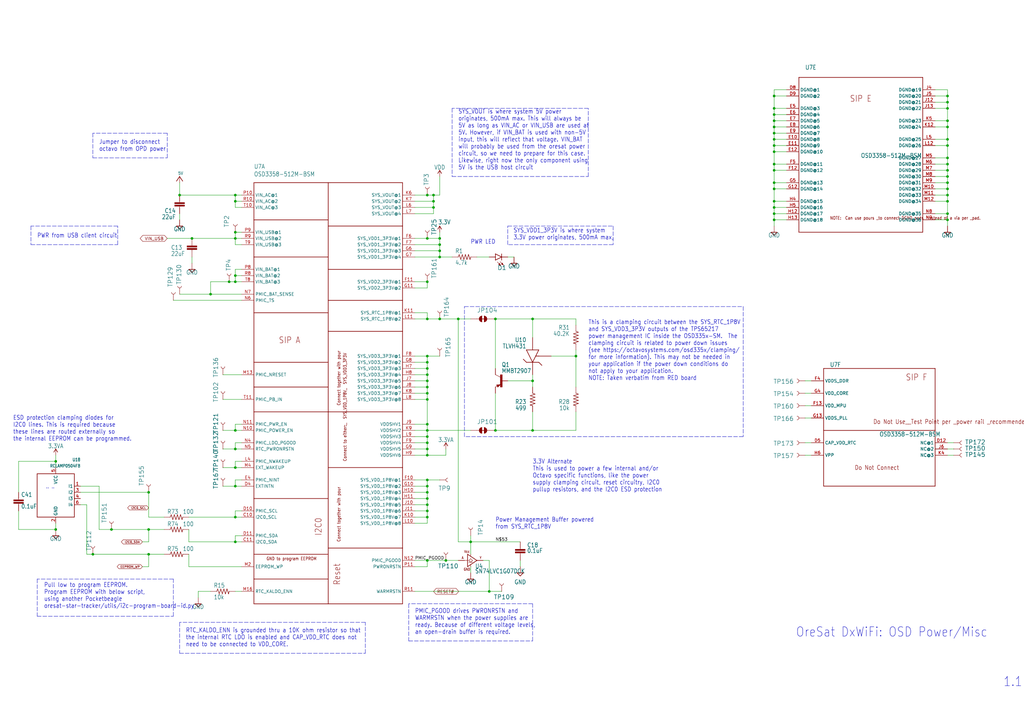
<source format=kicad_sch>
(kicad_sch (version 20210621) (generator eeschema)
  (paper "A3")
  (title_block (title "OreSat DxWiFi: OSD Power/Misc") (date "2021-11-14") (rev "1") (company "PSAS"))
  (junction (at 180.34 102.87))
  (junction (at 388.62 90.17))
  (junction (at 317.5 85.09))
  (junction (at 96.52 176.53))
  (junction (at 175.26 80.01))
  (junction (at 175.26 196.85))
  (junction (at 388.62 59.69))
  (junction (at 388.62 77.47))
  (junction (at 203.2 176.53))
  (junction (at 175.26 97.79))
  (junction (at 193.04 222.25))
  (junction (at 388.62 44.45))
  (junction (at 73.66 80.01))
  (junction (at 388.62 41.91))
  (junction (at 96.52 212.09))
  (junction (at 317.5 69.85))
  (junction (at 317.5 52.07))
  (junction (at 200.66 242.57))
  (junction (at 96.52 184.15))
  (junction (at 60.96 201.93))
  (junction (at 317.5 82.55))
  (junction (at 175.26 201.93))
  (junction (at 175.26 115.57))
  (junction (at 180.34 130.81))
  (junction (at 187.96 130.81))
  (junction (at 96.52 115.57))
  (junction (at 175.26 148.59))
  (junction (at 175.26 199.39))
  (junction (at 175.26 179.07))
  (junction (at 175.26 161.29))
  (junction (at 388.62 69.85))
  (junction (at 317.5 67.31))
  (junction (at 175.26 207.01))
  (junction (at 22.86 217.17))
  (junction (at 388.62 74.93))
  (junction (at 388.62 52.07))
  (junction (at 175.26 163.83))
  (junction (at 203.2 130.81))
  (junction (at 177.8 82.55))
  (junction (at 175.26 173.99))
  (junction (at 388.62 87.63))
  (junction (at 60.96 217.17))
  (junction (at 317.5 90.17))
  (junction (at 38.1 227.33))
  (junction (at 317.5 44.45))
  (junction (at 317.5 87.63))
  (junction (at 175.26 181.61))
  (junction (at 317.5 59.69))
  (junction (at 45.72 217.17))
  (junction (at 96.52 191.77))
  (junction (at 388.62 49.53))
  (junction (at 317.5 54.61))
  (junction (at 86.36 120.65))
  (junction (at 96.52 82.55))
  (junction (at 317.5 62.23))
  (junction (at 218.44 130.81))
  (junction (at 388.62 72.39))
  (junction (at 317.5 74.93))
  (junction (at 180.34 100.33))
  (junction (at 96.52 97.79))
  (junction (at 78.74 97.79))
  (junction (at 175.26 209.55))
  (junction (at 96.52 113.03))
  (junction (at 317.5 77.47))
  (junction (at 22.86 189.23))
  (junction (at 180.34 105.41))
  (junction (at 175.26 151.13))
  (junction (at 180.34 97.79))
  (junction (at 388.62 80.01))
  (junction (at 177.8 80.01))
  (junction (at 96.52 222.25))
  (junction (at 175.26 186.69))
  (junction (at 96.52 95.25))
  (junction (at 317.5 46.99))
  (junction (at 218.44 156.21))
  (junction (at 388.62 67.31))
  (junction (at 218.44 176.53))
  (junction (at 388.62 39.37))
  (junction (at 175.26 204.47))
  (junction (at 175.26 184.15))
  (junction (at 175.26 158.75))
  (junction (at 388.62 64.77))
  (junction (at 317.5 57.15))
  (junction (at 175.26 153.67))
  (junction (at 177.8 85.09))
  (junction (at 388.62 57.15))
  (junction (at 175.26 130.81))
  (junction (at 96.52 199.39))
  (junction (at 317.5 49.53))
  (junction (at 175.26 176.53))
  (junction (at 93.98 115.57))
  (junction (at 182.88 229.87))
  (junction (at 175.26 146.05))
  (junction (at 175.26 212.09))
  (junction (at 175.26 229.87))
  (junction (at 317.5 39.37))
  (junction (at 388.62 82.55))
  (junction (at 175.26 156.21))
  (junction (at 60.96 227.33))
  (junction (at 96.52 80.01))
  (junction (at 236.22 146.05))
  (wire (pts (xy 218.44 130.81) (xy 236.22 130.81)))
  (wire (pts (xy 96.52 176.53) (xy 91.44 176.53)))
  (wire (pts (xy 86.36 120.65) (xy 99.06 120.65)))
  (wire (pts (xy 40.64 217.17) (xy 40.64 199.39)))
  (wire (pts (xy 388.62 49.53) (xy 383.54 49.53)))
  (wire (pts (xy 203.2 176.53) (xy 203.2 161.29)))
  (wire (pts (xy 175.26 173.99) (xy 175.26 163.83)))
  (wire (pts (xy 193.04 130.81) (xy 187.96 130.81)))
  (polyline (pts (xy 241.3 72.39) (xy 241.3 44.45)))
  (wire (pts (xy 175.26 80.01) (xy 177.8 80.01)))
  (wire (pts (xy 99.06 189.23) (xy 96.52 189.23)))
  (wire (pts (xy 187.96 229.87) (xy 182.88 229.87)))
  (wire (pts (xy 96.52 199.39) (xy 91.44 199.39)))
  (wire (pts (xy 77.47 222.25) (xy 96.52 222.25)))
  (wire (pts (xy 170.18 82.55) (xy 177.8 82.55)))
  (wire (pts (xy 388.62 67.31) (xy 383.54 67.31)))
  (polyline (pts (xy 71.12 237.49) (xy 15.24 237.49)))
  (polyline (pts (xy 73.66 267.97) (xy 149.86 267.97)))
  (polyline (pts (xy 190.5 125.73) (xy 304.8 125.73)))
  (wire (pts (xy 96.52 184.15) (xy 91.44 184.15)))
  (wire (pts (xy 175.26 151.13) (xy 175.26 148.59)))
  (wire (pts (xy 388.62 64.77) (xy 383.54 64.77)))
  (polyline (pts (xy 15.24 237.49) (xy 15.24 252.73)))
  (wire (pts (xy 60.96 212.09) (xy 60.96 201.93)))
  (wire (pts (xy 236.22 158.75) (xy 236.22 146.05)))
  (wire (pts (xy 45.72 217.17) (xy 40.64 217.17)))
  (wire (pts (xy 175.26 130.81) (xy 175.26 128.27)))
  (wire (pts (xy 330.2 156.21) (xy 332.74 156.21)))
  (wire (pts (xy 96.52 115.57) (xy 96.52 113.03)))
  (wire (pts (xy 180.34 100.33) (xy 180.34 102.87)))
  (wire (pts (xy 180.34 196.85) (xy 175.26 196.85)))
  (wire (pts (xy 170.18 176.53) (xy 175.26 176.53)))
  (wire (pts (xy 236.22 146.05) (xy 236.22 143.51)))
  (wire (pts (xy 170.18 207.01) (xy 175.26 207.01)))
  (wire (pts (xy 96.52 181.61) (xy 96.52 184.15)))
  (wire (pts (xy 96.52 80.01) (xy 99.06 80.01)))
  (wire (pts (xy 170.18 87.63) (xy 177.8 87.63)))
  (wire (pts (xy 388.62 52.07) (xy 383.54 52.07)))
  (wire (pts (xy 170.18 151.13) (xy 175.26 151.13)))
  (wire (pts (xy 317.5 39.37) (xy 317.5 44.45)))
  (wire (pts (xy 388.62 82.55) (xy 383.54 82.55)))
  (polyline (pts (xy 15.24 252.73) (xy 71.12 252.73)))
  (polyline (pts (xy 38.1 64.77) (xy 68.58 64.77)))
  (wire (pts (xy 96.52 85.09) (xy 96.52 82.55)))
  (polyline (pts (xy 73.66 255.27) (xy 73.66 267.97)))
  (wire (pts (xy 388.62 80.01) (xy 388.62 77.47)))
  (wire (pts (xy 182.88 229.87) (xy 175.26 229.87)))
  (wire (pts (xy 388.62 74.93) (xy 383.54 74.93)))
  (wire (pts (xy 175.26 118.11) (xy 175.26 115.57)))
  (wire (pts (xy 177.8 87.63) (xy 177.8 85.09)))
  (wire (pts (xy 99.06 209.55) (xy 96.52 209.55)))
  (wire (pts (xy 180.34 105.41) (xy 170.18 105.41)))
  (wire (pts (xy 81.28 242.57) (xy 81.28 245.11)))
  (wire (pts (xy 182.88 186.69) (xy 175.26 186.69)))
  (wire (pts (xy 322.58 77.47) (xy 317.5 77.47)))
  (wire (pts (xy 317.5 87.63) (xy 317.5 85.09)))
  (wire (pts (xy 388.62 52.07) (xy 388.62 57.15)))
  (wire (pts (xy 71.12 123.19) (xy 99.06 123.19)))
  (wire (pts (xy 35.56 227.33) (xy 35.56 207.01)))
  (wire (pts (xy 330.2 181.61) (xy 332.74 181.61)))
  (wire (pts (xy 200.66 229.87) (xy 198.12 229.87)))
  (polyline (pts (xy 48.26 100.33) (xy 48.26 92.71)))
  (wire (pts (xy 7.62 189.23) (xy 22.86 189.23)))
  (wire (pts (xy 200.66 242.57) (xy 170.18 242.57)))
  (wire (pts (xy 99.06 191.77) (xy 96.52 191.77)))
  (wire (pts (xy 218.44 153.67) (xy 218.44 156.21)))
  (wire (pts (xy 170.18 156.21) (xy 175.26 156.21)))
  (wire (pts (xy 175.26 176.53) (xy 193.04 176.53)))
  (wire (pts (xy 175.26 181.61) (xy 175.26 179.07)))
  (wire (pts (xy 388.62 90.17) (xy 383.54 90.17)))
  (wire (pts (xy 317.5 82.55) (xy 317.5 77.47)))
  (wire (pts (xy 208.28 105.41) (xy 210.82 105.41)))
  (wire (pts (xy 187.96 130.81) (xy 180.34 130.81)))
  (wire (pts (xy 170.18 173.99) (xy 175.26 173.99)))
  (wire (pts (xy 170.18 85.09) (xy 177.8 85.09)))
  (polyline (pts (xy 149.86 267.97) (xy 149.86 255.27)))
  (wire (pts (xy 388.62 57.15) (xy 388.62 59.69)))
  (wire (pts (xy 60.96 222.25) (xy 58.42 222.25)))
  (wire (pts (xy 99.06 100.33) (xy 96.52 100.33)))
  (wire (pts (xy 22.86 189.23) (xy 22.86 186.69)))
  (wire (pts (xy 96.52 209.55) (xy 96.52 212.09)))
  (wire (pts (xy 317.5 52.07) (xy 317.5 54.61)))
  (wire (pts (xy 388.62 72.39) (xy 388.62 69.85)))
  (wire (pts (xy 317.5 59.69) (xy 317.5 62.23)))
  (wire (pts (xy 96.52 113.03) (xy 96.52 110.49)))
  (wire (pts (xy 96.52 110.49) (xy 99.06 110.49)))
  (wire (pts (xy 200.66 242.57) (xy 205.74 242.57)))
  (wire (pts (xy 317.5 62.23) (xy 317.5 67.31)))
  (wire (pts (xy 322.58 74.93) (xy 317.5 74.93)))
  (wire (pts (xy 35.56 207.01) (xy 33.02 207.01)))
  (wire (pts (xy 332.74 186.69) (xy 330.2 186.69)))
  (wire (pts (xy 388.62 186.69) (xy 391.16 186.69)))
  (wire (pts (xy 175.26 204.47) (xy 175.26 201.93)))
  (wire (pts (xy 317.5 92.71) (xy 317.5 90.17)))
  (wire (pts (xy 96.52 189.23) (xy 96.52 191.77)))
  (wire (pts (xy 322.58 67.31) (xy 317.5 67.31)))
  (wire (pts (xy 175.26 130.81) (xy 180.34 130.81)))
  (polyline (pts (xy 218.44 262.89) (xy 218.44 247.65)))
  (wire (pts (xy 187.96 222.25) (xy 193.04 222.25)))
  (wire (pts (xy 332.74 171.45) (xy 330.2 171.45)))
  (wire (pts (xy 93.98 115.57) (xy 86.36 115.57)))
  (wire (pts (xy 175.26 163.83) (xy 175.26 161.29)))
  (wire (pts (xy 96.52 95.25) (xy 99.06 95.25)))
  (wire (pts (xy 38.1 227.33) (xy 35.56 227.33)))
  (wire (pts (xy 180.34 100.33) (xy 180.34 97.79)))
  (wire (pts (xy 78.74 97.79) (xy 68.58 97.79)))
  (wire (pts (xy 175.26 232.41) (xy 175.26 229.87)))
  (wire (pts (xy 388.62 77.47) (xy 383.54 77.47)))
  (wire (pts (xy 170.18 232.41) (xy 175.26 232.41)))
  (polyline (pts (xy 251.46 92.71) (xy 251.46 100.33)))
  (wire (pts (xy 236.22 146.05) (xy 226.06 146.05)))
  (wire (pts (xy 322.58 52.07) (xy 317.5 52.07)))
  (wire (pts (xy 170.18 209.55) (xy 175.26 209.55)))
  (wire (pts (xy 213.36 229.87) (xy 213.36 232.41)))
  (wire (pts (xy 200.66 242.57) (xy 200.66 229.87)))
  (wire (pts (xy 175.26 186.69) (xy 175.26 184.15)))
  (polyline (pts (xy 185.42 72.39) (xy 241.3 72.39)))
  (wire (pts (xy 317.5 57.15) (xy 317.5 59.69)))
  (wire (pts (xy 317.5 85.09) (xy 317.5 82.55)))
  (wire (pts (xy 170.18 97.79) (xy 175.26 97.79)))
  (wire (pts (xy 170.18 146.05) (xy 175.26 146.05)))
  (polyline (pts (xy 68.58 64.77) (xy 68.58 54.61)))
  (polyline (pts (xy 251.46 100.33) (xy 208.28 100.33)))
  (wire (pts (xy 96.52 97.79) (xy 78.74 97.79)))
  (wire (pts (xy 213.36 222.25) (xy 193.04 222.25)))
  (wire (pts (xy 388.62 41.91) (xy 388.62 44.45)))
  (wire (pts (xy 60.96 217.17) (xy 67.31 217.17)))
  (wire (pts (xy 175.26 153.67) (xy 175.26 151.13)))
  (wire (pts (xy 175.26 161.29) (xy 175.26 158.75)))
  (polyline (pts (xy 208.28 92.71) (xy 251.46 92.71)))
  (wire (pts (xy 96.52 173.99) (xy 96.52 176.53)))
  (wire (pts (xy 391.16 184.15) (xy 388.62 184.15)))
  (wire (pts (xy 175.26 128.27) (xy 170.18 128.27)))
  (wire (pts (xy 175.26 97.79) (xy 180.34 97.79)))
  (wire (pts (xy 170.18 201.93) (xy 175.26 201.93)))
  (polyline (pts (xy 12.7 92.71) (xy 12.7 100.33)))
  (wire (pts (xy 170.18 80.01) (xy 175.26 80.01)))
  (wire (pts (xy 170.18 153.67) (xy 175.26 153.67)))
  (wire (pts (xy 175.26 199.39) (xy 175.26 196.85)))
  (wire (pts (xy 322.58 46.99) (xy 317.5 46.99)))
  (wire (pts (xy 388.62 92.71) (xy 388.62 90.17)))
  (wire (pts (xy 170.18 163.83) (xy 175.26 163.83)))
  (wire (pts (xy 322.58 49.53) (xy 317.5 49.53)))
  (polyline (pts (xy 190.5 179.07) (xy 190.5 125.73)))
  (wire (pts (xy 96.52 97.79) (xy 96.52 95.25)))
  (wire (pts (xy 193.04 222.25) (xy 193.04 227.33)))
  (wire (pts (xy 317.5 90.17) (xy 317.5 87.63)))
  (wire (pts (xy 388.62 44.45) (xy 383.54 44.45)))
  (wire (pts (xy 40.64 199.39) (xy 33.02 199.39)))
  (wire (pts (xy 236.22 176.53) (xy 236.22 168.91)))
  (wire (pts (xy 388.62 41.91) (xy 383.54 41.91)))
  (wire (pts (xy 322.58 44.45) (xy 317.5 44.45)))
  (wire (pts (xy 175.26 209.55) (xy 175.26 207.01)))
  (wire (pts (xy 317.5 54.61) (xy 317.5 57.15)))
  (polyline (pts (xy 38.1 54.61) (xy 38.1 64.77)))
  (wire (pts (xy 175.26 148.59) (xy 175.26 146.05)))
  (wire (pts (xy 218.44 156.21) (xy 218.44 158.75)))
  (wire (pts (xy 388.62 64.77) (xy 388.62 67.31)))
  (wire (pts (xy 218.44 176.53) (xy 236.22 176.53)))
  (polyline (pts (xy 12.7 100.33) (xy 48.26 100.33)))
  (wire (pts (xy 175.26 179.07) (xy 175.26 176.53)))
  (wire (pts (xy 170.18 212.09) (xy 175.26 212.09)))
  (wire (pts (xy 99.06 176.53) (xy 96.52 176.53)))
  (wire (pts (xy 195.58 105.41) (xy 200.66 105.41)))
  (wire (pts (xy 317.5 36.83) (xy 317.5 39.37)))
  (wire (pts (xy 60.96 232.41) (xy 60.96 227.33)))
  (wire (pts (xy 193.04 219.71) (xy 193.04 222.25)))
  (wire (pts (xy 322.58 36.83) (xy 317.5 36.83)))
  (wire (pts (xy 99.06 219.71) (xy 96.52 219.71)))
  (wire (pts (xy 322.58 69.85) (xy 317.5 69.85)))
  (wire (pts (xy 177.8 80.01) (xy 180.34 80.01)))
  (wire (pts (xy 99.06 97.79) (xy 96.52 97.79)))
  (wire (pts (xy 99.06 222.25) (xy 96.52 222.25)))
  (wire (pts (xy 7.62 201.93) (xy 7.62 189.23)))
  (wire (pts (xy 99.06 196.85) (xy 96.52 196.85)))
  (wire (pts (xy 96.52 196.85) (xy 96.52 199.39)))
  (wire (pts (xy 170.18 100.33) (xy 180.34 100.33)))
  (wire (pts (xy 99.06 242.57) (xy 96.52 242.57)))
  (wire (pts (xy 322.58 85.09) (xy 317.5 85.09)))
  (wire (pts (xy 22.86 191.77) (xy 22.86 189.23)))
  (wire (pts (xy 317.5 46.99) (xy 317.5 49.53)))
  (wire (pts (xy 332.74 161.29) (xy 330.2 161.29)))
  (wire (pts (xy 96.52 219.71) (xy 96.52 222.25)))
  (wire (pts (xy 187.96 130.81) (xy 187.96 222.25)))
  (wire (pts (xy 99.06 212.09) (xy 96.52 212.09)))
  (wire (pts (xy 322.58 54.61) (xy 317.5 54.61)))
  (wire (pts (xy 170.18 102.87) (xy 180.34 102.87)))
  (wire (pts (xy 317.5 49.53) (xy 317.5 52.07)))
  (wire (pts (xy 96.52 80.01) (xy 73.66 80.01)))
  (polyline (pts (xy 218.44 247.65) (xy 167.64 247.65)))
  (wire (pts (xy 73.66 90.17) (xy 73.66 87.63)))
  (wire (pts (xy 170.18 186.69) (xy 175.26 186.69)))
  (polyline (pts (xy 149.86 255.27) (xy 73.66 255.27)))
  (wire (pts (xy 99.06 82.55) (xy 96.52 82.55)))
  (wire (pts (xy 180.34 105.41) (xy 185.42 105.41)))
  (wire (pts (xy 77.47 227.33) (xy 77.47 232.41)))
  (polyline (pts (xy 71.12 252.73) (xy 71.12 237.49)))
  (wire (pts (xy 99.06 115.57) (xy 96.52 115.57)))
  (wire (pts (xy 317.5 77.47) (xy 317.5 74.93)))
  (wire (pts (xy 388.62 59.69) (xy 383.54 59.69)))
  (wire (pts (xy 175.26 184.15) (xy 175.26 181.61)))
  (wire (pts (xy 99.06 173.99) (xy 96.52 173.99)))
  (wire (pts (xy 203.2 151.13) (xy 203.2 130.81)))
  (wire (pts (xy 236.22 130.81) (xy 236.22 133.35)))
  (wire (pts (xy 388.62 87.63) (xy 388.62 82.55)))
  (wire (pts (xy 388.62 44.45) (xy 388.62 49.53)))
  (wire (pts (xy 317.5 69.85) (xy 317.5 67.31)))
  (wire (pts (xy 218.44 138.43) (xy 218.44 130.81)))
  (wire (pts (xy 218.44 168.91) (xy 218.44 176.53)))
  (wire (pts (xy 388.62 72.39) (xy 383.54 72.39)))
  (wire (pts (xy 175.26 156.21) (xy 175.26 153.67)))
  (wire (pts (xy 170.18 118.11) (xy 175.26 118.11)))
  (wire (pts (xy 322.58 57.15) (xy 317.5 57.15)))
  (wire (pts (xy 175.26 176.53) (xy 175.26 173.99)))
  (wire (pts (xy 99.06 181.61) (xy 96.52 181.61)))
  (wire (pts (xy 388.62 39.37) (xy 383.54 39.37)))
  (polyline (pts (xy 167.64 247.65) (xy 167.64 262.89)))
  (polyline (pts (xy 208.28 100.33) (xy 208.28 92.71)))
  (wire (pts (xy 180.34 80.01) (xy 180.34 72.39)))
  (polyline (pts (xy 167.64 262.89) (xy 218.44 262.89)))
  (wire (pts (xy 388.62 36.83) (xy 383.54 36.83)))
  (wire (pts (xy 73.66 120.65) (xy 86.36 120.65)))
  (polyline (pts (xy 68.58 54.61) (xy 38.1 54.61)))
  (wire (pts (xy 203.2 130.81) (xy 218.44 130.81)))
  (wire (pts (xy 99.06 113.03) (xy 96.52 113.03)))
  (polyline (pts (xy 304.8 179.07) (xy 190.5 179.07)))
  (wire (pts (xy 180.34 102.87) (xy 180.34 105.41)))
  (wire (pts (xy 99.06 85.09) (xy 96.52 85.09)))
  (wire (pts (xy 388.62 39.37) (xy 388.62 41.91)))
  (wire (pts (xy 96.52 115.57) (xy 93.98 115.57)))
  (wire (pts (xy 330.2 166.37) (xy 332.74 166.37)))
  (wire (pts (xy 170.18 179.07) (xy 175.26 179.07)))
  (wire (pts (xy 60.96 232.41) (xy 58.42 232.41)))
  (wire (pts (xy 73.66 74.93) (xy 73.66 80.01)))
  (wire (pts (xy 78.74 107.95) (xy 78.74 105.41)))
  (wire (pts (xy 322.58 90.17) (xy 317.5 90.17)))
  (wire (pts (xy 388.62 87.63) (xy 383.54 87.63)))
  (wire (pts (xy 388.62 36.83) (xy 388.62 39.37)))
  (wire (pts (xy 322.58 82.55) (xy 317.5 82.55)))
  (wire (pts (xy 7.62 217.17) (xy 22.86 217.17)))
  (wire (pts (xy 60.96 222.25) (xy 60.96 217.17)))
  (wire (pts (xy 218.44 156.21) (xy 208.28 156.21)))
  (wire (pts (xy 170.18 158.75) (xy 175.26 158.75)))
  (wire (pts (xy 170.18 148.59) (xy 175.26 148.59)))
  (wire (pts (xy 22.86 217.17) (xy 22.86 214.63)))
  (wire (pts (xy 175.26 229.87) (xy 170.18 229.87)))
  (wire (pts (xy 322.58 39.37) (xy 317.5 39.37)))
  (wire (pts (xy 67.31 212.09) (xy 60.96 212.09)))
  (wire (pts (xy 388.62 49.53) (xy 388.62 52.07)))
  (wire (pts (xy 96.52 100.33) (xy 96.52 97.79)))
  (wire (pts (xy 388.62 57.15) (xy 383.54 57.15)))
  (wire (pts (xy 170.18 181.61) (xy 175.26 181.61)))
  (wire (pts (xy 175.26 207.01) (xy 175.26 204.47)))
  (wire (pts (xy 388.62 69.85) (xy 383.54 69.85)))
  (wire (pts (xy 60.96 217.17) (xy 45.72 217.17)))
  (polyline (pts (xy 304.8 125.73) (xy 304.8 179.07)))
  (wire (pts (xy 175.26 146.05) (xy 180.34 146.05)))
  (wire (pts (xy 170.18 130.81) (xy 175.26 130.81)))
  (wire (pts (xy 86.36 242.57) (xy 81.28 242.57)))
  (wire (pts (xy 177.8 82.55) (xy 177.8 80.01)))
  (wire (pts (xy 77.47 212.09) (xy 96.52 212.09)))
  (wire (pts (xy 99.06 184.15) (xy 96.52 184.15)))
  (wire (pts (xy 322.58 87.63) (xy 317.5 87.63)))
  (wire (pts (xy 388.62 74.93) (xy 388.62 72.39)))
  (wire (pts (xy 91.44 153.67) (xy 99.06 153.67)))
  (wire (pts (xy 180.34 97.79) (xy 180.34 95.25)))
  (wire (pts (xy 317.5 44.45) (xy 317.5 46.99)))
  (wire (pts (xy 182.88 184.15) (xy 182.88 186.69)))
  (wire (pts (xy 317.5 69.85) (xy 317.5 74.93)))
  (wire (pts (xy 175.26 212.09) (xy 175.26 209.55)))
  (polyline (pts (xy 185.42 44.45) (xy 185.42 72.39)))
  (wire (pts (xy 170.18 161.29) (xy 175.26 161.29)))
  (wire (pts (xy 388.62 80.01) (xy 383.54 80.01)))
  (wire (pts (xy 99.06 199.39) (xy 96.52 199.39)))
  (wire (pts (xy 60.96 227.33) (xy 38.1 227.33)))
  (wire (pts (xy 175.26 214.63) (xy 175.26 212.09)))
  (wire (pts (xy 60.96 201.93) (xy 33.02 201.93)))
  (wire (pts (xy 170.18 196.85) (xy 175.26 196.85)))
  (wire (pts (xy 175.26 201.93) (xy 175.26 199.39)))
  (wire (pts (xy 170.18 184.15) (xy 175.26 184.15)))
  (wire (pts (xy 170.18 199.39) (xy 175.26 199.39)))
  (wire (pts (xy 86.36 115.57) (xy 86.36 120.65)))
  (wire (pts (xy 77.47 217.17) (xy 77.47 222.25)))
  (wire (pts (xy 91.44 163.83) (xy 99.06 163.83)))
  (wire (pts (xy 388.62 181.61) (xy 391.16 181.61)))
  (wire (pts (xy 322.58 59.69) (xy 317.5 59.69)))
  (wire (pts (xy 388.62 59.69) (xy 388.62 64.77)))
  (wire (pts (xy 7.62 209.55) (xy 7.62 217.17)))
  (wire (pts (xy 177.8 85.09) (xy 177.8 82.55)))
  (wire (pts (xy 67.31 227.33) (xy 60.96 227.33)))
  (wire (pts (xy 218.44 176.53) (xy 203.2 176.53)))
  (wire (pts (xy 96.52 191.77) (xy 91.44 191.77)))
  (wire (pts (xy 96.52 82.55) (xy 96.52 80.01)))
  (wire (pts (xy 175.26 158.75) (xy 175.26 156.21)))
  (wire (pts (xy 193.04 234.95) (xy 193.04 232.41)))
  (wire (pts (xy 388.62 69.85) (xy 388.62 67.31)))
  (polyline (pts (xy 48.26 92.71) (xy 12.7 92.71)))
  (wire (pts (xy 77.47 232.41) (xy 99.06 232.41)))
  (wire (pts (xy 170.18 214.63) (xy 175.26 214.63)))
  (wire (pts (xy 322.58 62.23) (xy 317.5 62.23)))
  (wire (pts (xy 170.18 204.47) (xy 175.26 204.47)))
  (polyline (pts (xy 241.3 44.45) (xy 185.42 44.45)))
  (wire (pts (xy 388.62 82.55) (xy 388.62 80.01)))
  (wire (pts (xy 175.26 115.57) (xy 170.18 115.57)))
  (wire (pts (xy 388.62 90.17) (xy 388.62 87.63)))
  (wire (pts (xy 388.62 77.47) (xy 388.62 74.93)))
  (text "Pull low to program EEPROM.\nProgram EEPROM with below script,\nusing another Pocketbeagle\noresat-star-tracker/utils/i2c-program-board-id.py" (at 18.034 249.682 0) (effects (font (size 1.778 1.5113)) (justify left bottom)))
  (text "ESD protection clamping diodes for\nI2C0 lines. This is required because\nthese lines are routed externally so\nthe internal EEPROM can be programmed." (at 5.334 181.102 0) (effects (font (size 1.778 1.5113)) (justify left bottom)))
  (text "This is a clamping circuit between the SYS_RTC_1P8V\nand SYS_VDD3_3P3V outputs of the TPS65217\npower management IC inside the OSD335x-SM.  The\nclamping circuit is related to power down issues\n(see https://octavosystems.com/osd335x/clamping/\nfor more information). This may not be needed in\nyour application if the power down conditions do\nnot apply to your application.\nNOTE: Taken verbatim from RED board" (at 241.3 156.21 0) (effects (font (size 1.778 1.5113)) (justify left bottom)))
  (text "RTC_KALDO_ENN is grounded thru a 10K ohm resistor so that\nthe internal RTC LDO is enabled and CAP_VDD_RTC does not\nneed to be connected to VDD_CORE." (at 76.2 265.43 0) (effects (font (size 1.778 1.5113)) (justify left bottom)))
  (text "3.3V Alternate\nThis is used to power a few internal and/or\nOctavo specific functions, like the power\nsupply clamping circuit, reset circuitry, I2C0\npullup resistors, and the I2C0 ESD protection" (at 218.44 201.93 0) (effects (font (size 1.778 1.5113)) (justify left bottom)))
  (text "Jumper to disconnect\noctavo from OPD power" (at 40.64 62.23 180) (effects (font (size 1.778 1.5113)) (justify left bottom)))
  (text "SYS_VDD1_3P3V is where system\n3.3V power originates, 500mA max," (at 210.566 98.552 0) (effects (font (size 1.778 1.5113)) (justify left bottom)))
  (text "\" \"" (at 18.796 202.184 180) (effects (font (size 1.778 1.5113)) (justify left bottom)))
  (text "PMIC_PGOOD drives PWRONRSTN and\nWARMRSTN when the power supplies are\nready. Because of different voltage levels,\nan open-drain buffer is required." (at 170.18 260.35 0) (effects (font (size 1.778 1.5113)) (justify left bottom)))
  (text "OreSat DxWiFi: OSD Power/Misc" (at 326.39 261.62 180) (effects (font (size 3.81 3.2385)) (justify left bottom)))
  (text "SYS_VOUT is where system 5V power\noriginates, 500mA max. This will always be\n5V as long as VIN_AC or VIN_USB are used at\n5V. However, if VIN_BAT is used with non-5V\ninput, this will reflect that voltage. VIN_BAT\nwill probably be used from the oresat power\ncircuit, so we need to prepare for this case.\nLikewise, right now the only component using\n5V is the USB host circuit" (at 187.96 69.85 0) (effects (font (size 1.778 1.5113)) (justify left bottom)))
  (text "Power Management Buffer powered\nfrom SYS_RTC_1P8V" (at 203.2 217.17 180) (effects (font (size 1.778 1.5113)) (justify left bottom)))
  (text "PWR from USB client circuit" (at 15.24 97.79 180) (effects (font (size 1.778 1.5113)) (justify left bottom)))
  (text "1.1" (at 411.48 281.94 180) (effects (font (size 3.81 3.2385)) (justify left bottom)))
  (text "PWR LED" (at 193.04 100.33 180) (effects (font (size 1.778 1.5113)) (justify left bottom)))
  (label "N$53" (at 203.2 222.25 0) (effects (font (size 1.2446 1.2446))))
  (label "PMIC_PGOOD" (at 170.18 229.87 0) (effects (font (size 1.2446 1.2446))))
  (global_label "I2C0_SCL" (shape bidirectional) (at 60.96 208.28 180) (effects (font (size 0.889 0.889))) (property "Intersheet References" "${INTERSHEET_REFS}" (effects hide)))
  (global_label "RESET#" (shape bidirectional) (at 177.8 242.57 0) (effects (font (size 1.2446 1.2446))) (property "Intersheet References" "${INTERSHEET_REFS}" (effects hide)))
  (global_label "VIN_USB" (shape bidirectional) (at 68.58 97.79 180) (effects (font (size 1.2446 1.2446))) (property "Intersheet References" "${INTERSHEET_REFS}" (effects hide)))
  (global_label "I2C0_SDA" (shape bidirectional) (at 58.42 222.25 180) (effects (font (size 0.889 0.889))) (property "Intersheet References" "${INTERSHEET_REFS}" (effects hide)))
  (global_label "EEPROM_WP" (shape bidirectional) (at 58.42 232.41 180) (effects (font (size 0.889 0.889))) (property "Intersheet References" "${INTERSHEET_REFS}" (effects hide)))
  (symbol (lib_id "oresat-live-card-eagle-import:OSD3358-512M-BSM") (at 134.62 158.75 0) (unit 1)
    (property "Reference" "U7" (at 104.14 67.31 0) (effects (font (size 1.778 1.5113)) (justify left top)))
    (property "Value" "OSD3358-512M-BSM" (at 104.14 72.39 0) (effects (font (size 1.778 1.5113)) (justify left bottom)))
    (property "Footprint" "OSD335X-BGA-256" (effects hide))
  )
  (symbol (lib_id "oresat-live-card-eagle-import:TEST-POINT3X4") (at 91.44 184.15 90) (unit 1)
    (property "Reference" "TP132" (at 89.535 185.42 0) (effects (font (size 1.778 1.778)) (justify left bottom)))
    (property "Value" "TEST-POINT3X4" (effects hide))
    (property "Footprint" "PAD.03X.04" (effects hide))
  )
  (symbol (lib_id "oresat-live-card-eagle-import:VDD") (at 180.34 72.39 0) (unit 1)
    (property "Reference" "#SUPPLY3" (effects hide))
    (property "Value" "VDD" (at 180.34 69.596 0) (effects (font (size 1.778 1.5113)) (justify bottom)))
  )
  (symbol (lib_id "oresat-live-card-eagle-import:R-US_0603-A") (at 218.44 163.83 270) (unit 1)
    (property "Reference" "R23" (at 215.9 163.83 90) (effects (font (size 1.778 1.5113)) (justify right top)))
    (property "Value" "499" (at 215.9 166.37 90) (effects (font (size 1.778 1.5113)) (justify right top)))
    (property "Footprint" ".0603-A" (effects hide))
  )
  (symbol (lib_id "oresat-live-card-eagle-import:MMBT2907SMD") (at 205.74 156.21 180) (unit 1)
    (property "Reference" "Q1" (at 205.74 148.59 0) (effects (font (size 1.778 1.5113)) (justify right bottom)))
    (property "Value" "MMBT2907" (at 205.74 151.13 0) (effects (font (size 1.778 1.5113)) (justify right bottom)))
    (property "Footprint" "SOT23-BEC" (effects hide))
  )
  (symbol (lib_id "oresat-live-card-eagle-import:C-EU0603-A") (at 7.62 204.47 0) (unit 1)
    (property "Reference" "C41" (at 8.636 203.835 0) (effects (font (size 1.778 1.5113)) (justify left bottom)))
    (property "Value" "0.1uF" (at 8.636 208.661 0) (effects (font (size 1.778 1.5113)) (justify left bottom)))
    (property "Footprint" ".0603-A" (effects hide))
  )
  (symbol (lib_id "oresat-live-card-eagle-import:TEST-POINT3X4") (at 180.34 130.81 90) (unit 1)
    (property "Reference" "TP164" (at 184.15 130.175 0) (effects (font (size 1.778 1.778)) (justify left bottom)))
    (property "Value" "TEST-POINT3X4" (effects hide))
    (property "Footprint" "PAD.03X.04" (effects hide))
  )
  (symbol (lib_id "oresat-live-card-eagle-import:R-US_0603-A") (at 236.22 163.83 270) (unit 1)
    (property "Reference" "R28" (at 233.68 163.83 90) (effects (font (size 1.778 1.5113)) (justify right top)))
    (property "Value" "10k" (at 233.68 166.37 90) (effects (font (size 1.778 1.5113)) (justify right top)))
    (property "Footprint" ".0603-A" (effects hide))
  )
  (symbol (lib_id "oresat-live-card-eagle-import:GND") (at 78.74 110.49 0) (unit 1)
    (property "Reference" "#GND68" (effects hide))
    (property "Value" "GND" (at 78.74 110.744 0) (effects (font (size 1.778 1.5113)) (justify top)))
  )
  (symbol (lib_id "oresat-live-card-eagle-import:R-US_0603-A") (at 91.44 242.57 0) (unit 1)
    (property "Reference" "R15" (at 87.63 241.0714 0) (effects (font (size 1.778 1.5113)) (justify left bottom)))
    (property "Value" "10k" (at 87.63 245.872 0) (effects (font (size 1.778 1.5113)) (justify left bottom)))
    (property "Footprint" ".0603-A" (effects hide))
  )
  (symbol (lib_id "oresat-live-card-eagle-import:TEST-POINT3X4") (at 391.16 181.61 0) (unit 1)
    (property "Reference" "TP172" (at 395.732 182.372 0) (effects (font (size 1.778 1.778)) (justify left bottom)))
    (property "Value" "TEST-POINT3X4" (effects hide))
    (property "Footprint" "PAD.03X.04" (effects hide))
  )
  (symbol (lib_id "oresat-live-card-eagle-import:RCLAMP0504FB") (at 22.86 201.93 0) (mirror y) (unit 1)
    (property "Reference" "U18" (at 33.02 189.23 0) (effects (font (size 1.27 1.0795)) (justify left bottom)))
    (property "Value" "RCLAMP0504FB" (at 33.02 191.77 0) (effects (font (size 1.27 1.0795)) (justify left bottom)))
    (property "Footprint" "SC70-6" (effects hide))
  )
  (symbol (lib_id "oresat-live-card-eagle-import:TEST-POINT3X4") (at 391.16 184.15 0) (unit 1)
    (property "Reference" "TP150" (at 395.732 184.912 0) (effects (font (size 1.778 1.778)) (justify left bottom)))
    (property "Value" "TEST-POINT3X4" (effects hide))
    (property "Footprint" "PAD.03X.04" (effects hide))
  )
  (symbol (lib_id "oresat-live-card-eagle-import:OSD3358-512M-BSM") (at 353.06 62.23 0) (unit 5)
    (property "Reference" "U7" (at 330.2 26.67 0) (effects (font (size 1.778 1.5113)) (justify left top)))
    (property "Value" "OSD3358-512M-BSM" (at 353.06 64.77 0) (effects (font (size 1.778 1.5113)) (justify left bottom)))
    (property "Footprint" "OSD335X-BGA-256" (effects hide))
  )
  (symbol (lib_id "oresat-live-card-eagle-import:R-US_0603-A") (at 72.39 212.09 0) (unit 1)
    (property "Reference" "R73" (at 68.58 210.82 0) (effects (font (size 1.778 1.5113)) (justify left bottom)))
    (property "Value" "100" (at 74.93 210.82 0) (effects (font (size 1.778 1.5113)) (justify left bottom)))
    (property "Footprint" ".0603-A" (effects hide))
  )
  (symbol (lib_id "oresat-live-card-eagle-import:TEST-POINT3X4") (at 330.2 161.29 180) (unit 1)
    (property "Reference" "TP154" (at 325.628 160.528 0) (effects (font (size 1.778 1.778)) (justify left bottom)))
    (property "Value" "TEST-POINT3X4" (effects hide))
    (property "Footprint" "PAD.03X.04" (effects hide))
  )
  (symbol (lib_id "oresat-live-card-eagle-import:TEST-POINT3X4") (at 91.44 163.83 90) (unit 1)
    (property "Reference" "TP102" (at 89.535 165.1 0) (effects (font (size 1.778 1.778)) (justify left bottom)))
    (property "Value" "TEST-POINT3X4" (effects hide))
    (property "Footprint" "PAD.03X.04" (effects hide))
  )
  (symbol (lib_id "oresat-live-card-eagle-import:TEST-POINT3X4") (at 45.72 217.17 90) (unit 1)
    (property "Reference" "TP151" (at 43.815 214.63 0) (effects (font (size 1.778 1.778)) (justify left bottom)))
    (property "Value" "TEST-POINT3X4" (effects hide))
    (property "Footprint" "PAD.03X.04" (effects hide))
  )
  (symbol (lib_id "oresat-live-card-eagle-import:GND") (at 388.62 95.25 0) (unit 1)
    (property "Reference" "#GND74" (effects hide))
    (property "Value" "GND" (at 388.62 95.504 0) (effects (font (size 1.778 1.5113)) (justify top)))
  )
  (symbol (lib_id "oresat-live-card-eagle-import:TEST-POINT3X4") (at 38.1 227.33 90) (unit 1)
    (property "Reference" "TP112" (at 37.465 226.06 0) (effects (font (size 1.778 1.778)) (justify left bottom)))
    (property "Value" "TEST-POINT3X4" (effects hide))
    (property "Footprint" "PAD.03X.04" (effects hide))
  )
  (symbol (lib_id "oresat-live-card-eagle-import:TEST-POINT3X4") (at 205.74 242.57 90) (unit 1)
    (property "Reference" "TP109" (at 202.438 245.872 90) (effects (font (size 1.778 1.778)) (justify right top)))
    (property "Value" "TEST-POINT3X4" (effects hide))
    (property "Footprint" "PAD.03X.04" (effects hide))
  )
  (symbol (lib_id "oresat-live-card-eagle-import:3.3VA") (at 182.88 181.61 0) (unit 1)
    (property "Reference" "#3.3VA1" (effects hide))
    (property "Value" "3.3VA" (at 182.88 181.356 0) (effects (font (size 1.778 1.5113)) (justify bottom)))
  )
  (symbol (lib_id "oresat-live-card-eagle-import:TEST-POINT3X4") (at 330.2 156.21 180) (unit 1)
    (property "Reference" "TP156" (at 325.628 155.448 0) (effects (font (size 1.778 1.778)) (justify left bottom)))
    (property "Value" "TEST-POINT3X4" (effects hide))
    (property "Footprint" "PAD.03X.04" (effects hide))
  )
  (symbol (lib_id "oresat-live-card-eagle-import:TEST-POINT3X4") (at 91.44 153.67 90) (unit 1)
    (property "Reference" "TP136" (at 89.535 154.94 0) (effects (font (size 1.778 1.778)) (justify left bottom)))
    (property "Value" "TEST-POINT3X4" (effects hide))
    (property "Footprint" "PAD.03X.04" (effects hide))
  )
  (symbol (lib_id "oresat-live-card-eagle-import:OSD3358-512M-BSM") (at 360.68 176.53 0) (unit 6)
    (property "Reference" "U7" (at 340.36 148.59 0) (effects (font (size 1.778 1.5113)) (justify left top)))
    (property "Value" "OSD3358-512M-BSM" (at 360.68 179.07 0) (effects (font (size 1.778 1.5113)) (justify left bottom)))
    (property "Footprint" "OSD335X-BGA-256" (effects hide))
  )
  (symbol (lib_id "oresat-live-card-eagle-import:GND") (at 22.86 219.71 0) (unit 1)
    (property "Reference" "#GND54" (effects hide))
    (property "Value" "GND" (at 22.86 219.964 0) (effects (font (size 1.778 1.5113)) (justify top)))
  )
  (symbol (lib_id "oresat-live-card-eagle-import:TEST-POINT3X4") (at 91.44 199.39 90) (unit 1)
    (property "Reference" "TP167" (at 89.535 200.66 0) (effects (font (size 1.778 1.778)) (justify left bottom)))
    (property "Value" "TEST-POINT3X4" (effects hide))
    (property "Footprint" "PAD.03X.04" (effects hide))
  )
  (symbol (lib_id "oresat-live-card-eagle-import:LED-GREEN0603") (at 203.2 105.41 90) (unit 1)
    (property "Reference" "D1" (at 207.772 108.839 90) (effects (font (size 1.778 1.778)) (justify left bottom)))
    (property "Value" "GREEN" (at 207.772 103.505 90) (effects (font (size 1.778 1.778)) (justify left top)))
    (property "Footprint" "LED-0603" (effects hide))
    (property "Value" "150060VS55040" (effects hide))
  )
  (symbol (lib_id "oresat-live-card-eagle-import:R-US_0603-A") (at 236.22 138.43 270) (unit 1)
    (property "Reference" "R31" (at 233.68 133.35 90) (effects (font (size 1.778 1.5113)) (justify right top)))
    (property "Value" "40.2K" (at 233.68 135.89 90) (effects (font (size 1.778 1.5113)) (justify right top)))
    (property "Footprint" ".0603-A" (effects hide))
  )
  (symbol (lib_id "oresat-live-card-eagle-import:TEST-POINT3X4") (at 330.2 171.45 180) (unit 1)
    (property "Reference" "TP166" (at 325.628 170.688 0) (effects (font (size 1.778 1.778)) (justify left bottom)))
    (property "Value" "TEST-POINT3X4" (effects hide))
    (property "Footprint" "PAD.03X.04" (effects hide))
  )
  (symbol (lib_id "oresat-live-card-eagle-import:TEST-POINT3X4") (at 175.26 115.57 90) (unit 1)
    (property "Reference" "TP161" (at 179.07 114.3 0) (effects (font (size 1.778 1.778)) (justify left bottom)))
    (property "Value" "TEST-POINT3X4" (effects hide))
    (property "Footprint" "PAD.03X.04" (effects hide))
  )
  (symbol (lib_id "oresat-live-card-eagle-import:GND") (at 210.82 107.95 0) (unit 1)
    (property "Reference" "#GND71" (effects hide))
    (property "Value" "GND" (at 210.82 108.204 0) (effects (font (size 1.778 1.5113)) (justify top)))
  )
  (symbol (lib_id "oresat-live-card-eagle-import:TEST-POINT3X4") (at 330.2 166.37 180) (unit 1)
    (property "Reference" "TP160" (at 325.628 165.608 0) (effects (font (size 1.778 1.778)) (justify left bottom)))
    (property "Value" "TEST-POINT3X4" (effects hide))
    (property "Footprint" "PAD.03X.04" (effects hide))
  )
  (symbol (lib_id "oresat-live-card-eagle-import:SN74LVC1G07DCK") (at 193.04 229.87 0) (unit 1)
    (property "Reference" "U4" (at 194.818 233.172 0) (effects (font (size 1.778 1.5113)) (justify left bottom)))
    (property "Value" "SN74LVC1G07DCK" (at 194.818 235.204 0) (effects (font (size 1.778 1.5113)) (justify left bottom)))
    (property "Footprint" "C70(TI-DCK)" (effects hide))
  )
  (symbol (lib_id "oresat-live-card-eagle-import:TEST-POINT3X4") (at 73.66 120.65 90) (unit 1)
    (property "Reference" "TP130" (at 74.422 116.84 0) (effects (font (size 1.778 1.778)) (justify left bottom)))
    (property "Value" "TEST-POINT3X4" (effects hide))
    (property "Footprint" "PAD.03X.04" (effects hide))
  )
  (symbol (lib_id "oresat-live-card-eagle-import:GND") (at 73.66 92.71 0) (unit 1)
    (property "Reference" "#GND66" (effects hide))
    (property "Value" "GND" (at 73.66 92.964 0) (effects (font (size 1.778 1.5113)) (justify top)))
  )
  (symbol (lib_id "oresat-live-card-eagle-import:TEST-POINT3X4") (at 180.34 196.85 0) (unit 1)
    (property "Reference" "TP9" (at 179.705 201.295 0) (effects (font (size 1.778 1.778)) (justify left bottom)))
    (property "Value" "TEST-POINT3X4" (effects hide))
    (property "Footprint" "PAD.03X.04" (effects hide))
  )
  (symbol (lib_id "oresat-live-card-eagle-import:TEST-POINT3X4") (at 91.44 176.53 90) (unit 1)
    (property "Reference" "TP121" (at 89.535 177.8 0) (effects (font (size 1.778 1.778)) (justify left bottom)))
    (property "Value" "TEST-POINT3X4" (effects hide))
    (property "Footprint" "PAD.03X.04" (effects hide))
  )
  (symbol (lib_id "oresat-live-card-eagle-import:JUMPER-SMT_2_NC_TRACE_SILK") (at 198.12 176.53 0) (unit 1)
    (property "Reference" "JP101" (at 195.58 173.99 0) (effects (font (size 1.778 1.778)) (justify left bottom)))
    (property "Value" "JUMPER-SMT_2_NC_TRACE_SILK" (effects hide))
    (property "Footprint" "SMT-JUMPER_2_NC_TRACE_SILK" (effects hide))
  )
  (symbol (lib_id "oresat-live-card-eagle-import:C-EUC1210") (at 73.66 82.55 0) (unit 1)
    (property "Reference" "C14" (at 72.136 85.471 0) (effects (font (size 1.778 1.5113)) (justify right top)))
    (property "Value" "22uF" (at 72.136 88.011 0) (effects (font (size 1.778 1.5113)) (justify right top)))
    (property "Footprint" "C1210" (effects hide))
  )
  (symbol (lib_id "oresat-live-card-eagle-import:3.3V") (at 180.34 92.71 0) (unit 1)
    (property "Reference" "#3V-28" (effects hide))
    (property "Value" "3.3V" (at 179.705 92.075 0) (effects (font (size 1.778 1.5113)) (justify left bottom)))
  )
  (symbol (lib_id "oresat-live-card-eagle-import:TEST-POINT3X4") (at 193.04 219.71 90) (unit 1)
    (property "Reference" "TP14" (at 198.12 219.71 0) (effects (font (size 1.778 1.778)) (justify left bottom)))
    (property "Value" "TEST-POINT3X4" (effects hide))
    (property "Footprint" "PAD.03X.04" (effects hide))
  )
  (symbol (lib_id "oresat-live-card-eagle-import:TEST-POINT3X4") (at 96.52 95.25 90) (unit 1)
    (property "Reference" "TP2" (at 93.98 93.345 0) (effects (font (size 1.778 1.778)) (justify left bottom)))
    (property "Value" "TEST-POINT3X4" (effects hide))
    (property "Footprint" "PAD.03X.04" (effects hide))
  )
  (symbol (lib_id "oresat-live-card-eagle-import:TEST-POINT3X4") (at 175.26 80.01 90) (unit 1)
    (property "Reference" "TP3" (at 175.895 76.2 0) (effects (font (size 1.778 1.778)) (justify left bottom)))
    (property "Value" "TEST-POINT3X4" (effects hide))
    (property "Footprint" "PAD.03X.04" (effects hide))
  )
  (symbol (lib_id "oresat-live-card-eagle-import:TEST-POINT3X4") (at 330.2 186.69 180) (unit 1)
    (property "Reference" "TP157" (at 325.628 185.928 0) (effects (font (size 1.778 1.778)) (justify left bottom)))
    (property "Value" "TEST-POINT3X4" (effects hide))
    (property "Footprint" "PAD.03X.04" (effects hide))
  )
  (symbol (lib_id "oresat-live-card-eagle-import:JUMPER-SMT_2_NC_TRACE_SILK") (at 198.12 130.81 0) (unit 1)
    (property "Reference" "JP104" (at 195.58 128.27 0) (effects (font (size 1.778 1.778)) (justify left bottom)))
    (property "Value" "JUMPER-SMT_2_NC_TRACE_SILK" (effects hide))
    (property "Footprint" "SMT-JUMPER_2_NC_TRACE_SILK" (effects hide))
  )
  (symbol (lib_id "oresat-live-card-eagle-import:C-EUC1210") (at 78.74 100.33 0) (unit 1)
    (property "Reference" "C13" (at 70.104 102.489 0) (effects (font (size 1.778 1.5113)) (justify left bottom)))
    (property "Value" "22uF" (at 70.104 105.029 0) (effects (font (size 1.778 1.5113)) (justify left bottom)))
    (property "Footprint" "C1210" (effects hide))
  )
  (symbol (lib_id "oresat-live-card-eagle-import:TEST-POINT3X4") (at 93.98 115.57 90) (unit 1)
    (property "Reference" "TP4" (at 94.742 111.252 0) (effects (font (size 1.778 1.778)) (justify left bottom)))
    (property "Value" "TEST-POINT3X4" (effects hide))
    (property "Footprint" "PAD.03X.04" (effects hide))
  )
  (symbol (lib_id "oresat-live-card-eagle-import:GND") (at 81.28 247.65 0) (unit 1)
    (property "Reference" "#GND69" (effects hide))
    (property "Value" "GND" (at 81.28 247.904 0) (effects (font (size 1.778 1.5113)) (justify top)))
  )
  (symbol (lib_id "oresat-live-card-eagle-import:GND") (at 317.5 95.25 0) (unit 1)
    (property "Reference" "#GND73" (effects hide))
    (property "Value" "GND" (at 317.5 95.504 0) (effects (font (size 1.778 1.5113)) (justify top)))
  )
  (symbol (lib_id "oresat-live-card-eagle-import:GND") (at 193.04 237.49 0) (unit 1)
    (property "Reference" "#GND70" (effects hide))
    (property "Value" "GND" (at 193.04 237.744 0) (effects (font (size 1.778 1.5113)) (justify top)))
  )
  (symbol (lib_id "oresat-live-card-eagle-import:3.3VA") (at 22.86 184.15 0) (unit 1)
    (property "Reference" "#3.3VA2" (effects hide))
    (property "Value" "3.3VA" (at 22.86 183.896 0) (effects (font (size 1.778 1.5113)) (justify bottom)))
  )
  (symbol (lib_id "oresat-live-card-eagle-import:TEST-POINT3X4") (at 175.26 97.79 90) (unit 1)
    (property "Reference" "TP25" (at 179.07 96.52 0) (effects (font (size 1.778 1.778)) (justify left bottom)))
    (property "Value" "TEST-POINT3X4" (effects hide))
    (property "Footprint" "PAD.03X.04" (effects hide))
  )
  (symbol (lib_id "oresat-live-card-eagle-import:TEST-POINT3X4") (at 60.96 201.93 90) (unit 1)
    (property "Reference" "TP155" (at 59.055 199.39 0) (effects (font (size 1.778 1.778)) (justify left bottom)))
    (property "Value" "TEST-POINT3X4" (effects hide))
    (property "Footprint" "PAD.03X.04" (effects hide))
  )
  (symbol (lib_id "oresat-live-card-eagle-import:TEST-POINT3X4") (at 91.44 191.77 90) (unit 1)
    (property "Reference" "TP140" (at 89.535 193.04 0) (effects (font (size 1.778 1.778)) (justify left bottom)))
    (property "Value" "TEST-POINT3X4" (effects hide))
    (property "Footprint" "PAD.03X.04" (effects hide))
  )
  (symbol (lib_id "oresat-live-card-eagle-import:TLVH431") (at 220.98 146.05 270) (unit 1)
    (property "Reference" "U10" (at 215.9 138.43 90) (effects (font (size 1.778 1.5113)) (justify right top)))
    (property "Value" "TLVH431" (at 215.9 140.97 90) (effects (font (size 1.778 1.5113)) (justify right top)))
    (property "Footprint" "SOT23-3" (effects hide))
  )
  (symbol (lib_id "oresat-live-card-eagle-import:TEST-POINT3X4") (at 180.34 146.05 90) (unit 1)
    (property "Reference" "TP165" (at 184.785 146.685 0) (effects (font (size 1.778 1.778)) (justify left bottom)))
    (property "Value" "TEST-POINT3X4" (effects hide))
    (property "Footprint" "PAD.03X.04" (effects hide))
  )
  (symbol (lib_id "oresat-live-card-eagle-import:TEST-POINT3X4") (at 330.2 181.61 180) (unit 1)
    (property "Reference" "TP173" (at 325.628 180.848 0) (effects (font (size 1.778 1.778)) (justify left bottom)))
    (property "Value" "TEST-POINT3X4" (effects hide))
    (property "Footprint" "PAD.03X.04" (effects hide))
  )
  (symbol (lib_id "oresat-live-card-eagle-import:R-US_0603-A") (at 190.5 105.41 0) (unit 1)
    (property "Reference" "R1" (at 186.69 103.9114 0) (effects (font (size 1.778 1.5113)) (justify left bottom)))
    (property "Value" "4.7k" (at 186.69 108.712 0) (effects (font (size 1.778 1.5113)) (justify left bottom)))
    (property "Footprint" ".0603-A" (effects hide))
  )
  (symbol (lib_id "oresat-live-card-eagle-import:TEST-POINT3X4") (at 391.16 186.69 0) (unit 1)
    (property "Reference" "TP145" (at 395.732 187.452 0) (effects (font (size 1.778 1.778)) (justify left bottom)))
    (property "Value" "TEST-POINT3X4" (effects hide))
    (property "Footprint" "PAD.03X.04" (effects hide))
  )
  (symbol (lib_id "oresat-live-card-eagle-import:R-US_0603-A") (at 72.39 227.33 0) (unit 1)
    (property "Reference" "R75" (at 68.58 226.06 0) (effects (font (size 1.778 1.5113)) (justify left bottom)))
    (property "Value" "100" (at 74.93 226.06 0) (effects (font (size 1.778 1.5113)) (justify left bottom)))
    (property "Footprint" ".0603-A" (effects hide))
  )
  (symbol (lib_id "oresat-live-card-eagle-import:R-US_0603-A") (at 72.39 217.17 0) (unit 1)
    (property "Reference" "R74" (at 68.58 215.9 0) (effects (font (size 1.778 1.5113)) (justify left bottom)))
    (property "Value" "100" (at 74.93 215.9 0) (effects (font (size 1.778 1.5113)) (justify left bottom)))
    (property "Footprint" ".0603-A" (effects hide))
  )
  (symbol (lib_id "oresat-live-card-eagle-import:TEST-POINT3X4") (at 71.12 123.19 90) (unit 1)
    (property "Reference" "TP129" (at 70.866 117.856 0) (effects (font (size 1.778 1.778)) (justify left bottom)))
    (property "Value" "TEST-POINT3X4" (effects hide))
    (property "Footprint" "PAD.03X.04" (effects hide))
  )
  (symbol (lib_id "oresat-live-card-eagle-import:TEST-POINT3X4") (at 182.88 229.87 90) (unit 1)
    (property "Reference" "TP110" (at 179.578 233.172 90) (effects (font (size 1.778 1.778)) (justify right top)))
    (property "Value" "TEST-POINT3X4" (effects hide))
    (property "Footprint" "PAD.03X.04" (effects hide))
  )
  (symbol (lib_id "oresat-live-card-eagle-import:C-EU0603-A") (at 213.36 224.79 0) (unit 1)
    (property "Reference" "C18" (at 216.154 224.536 0) (effects (font (size 1.778 1.5113)) (justify left bottom)))
    (property "Value" "0.1uF" (at 216.154 226.822 0) (effects (font (size 1.778 1.5113)) (justify left bottom)))
    (property "Footprint" ".0603-A" (effects hide))
  )
  (symbol (lib_id "oresat-live-card-eagle-import:GND") (at 213.36 234.95 0) (unit 1)
    (property "Reference" "#GND72" (effects hide))
    (property "Value" "GND" (at 213.36 237.744 0) (effects (font (size 1.778 1.5113)) (justify top)))
  )
  (symbol (lib_id "oresat-live-card-eagle-import:5V") (at 73.66 72.39 0) (unit 1)
    (property "Reference" "#3V-26" (effects hide))
    (property "Value" "5V" (at 73.025 71.755 0) (effects (font (size 1.27 1.0795)) (justify left bottom)))
  )
)
</source>
